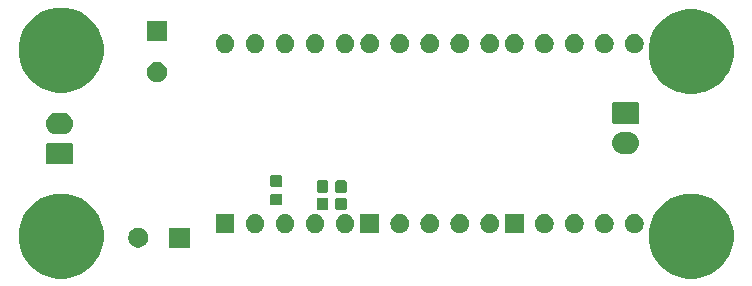
<source format=gbr>
G04 #@! TF.GenerationSoftware,KiCad,Pcbnew,(6.0.0-rc1-dev-950-ga5c892d9c)*
G04 #@! TF.CreationDate,2018-10-25T20:30:48+02:00*
G04 #@! TF.ProjectId,adc_7seg_v0,6164635F377365675F76302E6B696361,rev?*
G04 #@! TF.SameCoordinates,Original*
G04 #@! TF.FileFunction,Soldermask,Top*
G04 #@! TF.FilePolarity,Negative*
%FSLAX46Y46*%
G04 Gerber Fmt 4.6, Leading zero omitted, Abs format (unit mm)*
G04 Created by KiCad (PCBNEW (6.0.0-rc1-dev-950-ga5c892d9c)) date 25.10.2018 20:30:48*
%MOMM*%
%LPD*%
G01*
G04 APERTURE LIST*
%ADD10C,0.100000*%
G04 APERTURE END LIST*
D10*
G36*
X216442079Y-95725345D02*
X216524556Y-95759508D01*
X217097240Y-95996721D01*
X217684205Y-96388919D01*
X217686869Y-96390699D01*
X218188301Y-96892131D01*
X218188303Y-96892134D01*
X218582279Y-97481760D01*
X218813912Y-98040974D01*
X218853655Y-98136921D01*
X218992000Y-98832429D01*
X218992000Y-99541571D01*
X218853655Y-100237079D01*
X218853654Y-100237081D01*
X218582279Y-100892240D01*
X218190081Y-101479205D01*
X218188301Y-101481869D01*
X217686869Y-101983301D01*
X217686866Y-101983303D01*
X217097240Y-102377279D01*
X216538026Y-102608912D01*
X216442079Y-102648655D01*
X215746571Y-102787000D01*
X215037429Y-102787000D01*
X214341921Y-102648655D01*
X214245974Y-102608912D01*
X213686760Y-102377279D01*
X213097134Y-101983303D01*
X213097131Y-101983301D01*
X212595699Y-101481869D01*
X212593919Y-101479205D01*
X212201721Y-100892240D01*
X211930346Y-100237081D01*
X211930345Y-100237079D01*
X211792000Y-99541571D01*
X211792000Y-98832429D01*
X211930345Y-98136921D01*
X211970088Y-98040974D01*
X212201721Y-97481760D01*
X212595697Y-96892134D01*
X212595699Y-96892131D01*
X213097131Y-96390699D01*
X213099795Y-96388919D01*
X213686760Y-95996721D01*
X214259444Y-95759508D01*
X214341921Y-95725345D01*
X215037429Y-95587000D01*
X215746571Y-95587000D01*
X216442079Y-95725345D01*
X216442079Y-95725345D01*
G37*
G36*
X163102079Y-95725345D02*
X163184556Y-95759508D01*
X163757240Y-95996721D01*
X164344205Y-96388919D01*
X164346869Y-96390699D01*
X164848301Y-96892131D01*
X164848303Y-96892134D01*
X165242279Y-97481760D01*
X165473912Y-98040974D01*
X165513655Y-98136921D01*
X165652000Y-98832429D01*
X165652000Y-99541571D01*
X165513655Y-100237079D01*
X165513654Y-100237081D01*
X165242279Y-100892240D01*
X164850081Y-101479205D01*
X164848301Y-101481869D01*
X164346869Y-101983301D01*
X164346866Y-101983303D01*
X163757240Y-102377279D01*
X163198026Y-102608912D01*
X163102079Y-102648655D01*
X162406571Y-102787000D01*
X161697429Y-102787000D01*
X161001921Y-102648655D01*
X160905974Y-102608912D01*
X160346760Y-102377279D01*
X159757134Y-101983303D01*
X159757131Y-101983301D01*
X159255699Y-101481869D01*
X159253919Y-101479205D01*
X158861721Y-100892240D01*
X158590346Y-100237081D01*
X158590345Y-100237079D01*
X158452000Y-99541571D01*
X158452000Y-98832429D01*
X158590345Y-98136921D01*
X158630088Y-98040974D01*
X158861721Y-97481760D01*
X159255697Y-96892134D01*
X159255699Y-96892131D01*
X159757131Y-96390699D01*
X159759795Y-96388919D01*
X160346760Y-95996721D01*
X160919444Y-95759508D01*
X161001921Y-95725345D01*
X161697429Y-95587000D01*
X162406571Y-95587000D01*
X163102079Y-95725345D01*
X163102079Y-95725345D01*
G37*
G36*
X172935000Y-100164000D02*
X171235000Y-100164000D01*
X171235000Y-98464000D01*
X172935000Y-98464000D01*
X172935000Y-100164000D01*
X172935000Y-100164000D01*
G37*
G36*
X168832934Y-98496664D02*
X168987627Y-98560740D01*
X169126847Y-98653764D01*
X169245236Y-98772153D01*
X169338260Y-98911373D01*
X169402336Y-99066066D01*
X169435000Y-99230281D01*
X169435000Y-99397719D01*
X169402336Y-99561934D01*
X169338260Y-99716627D01*
X169245236Y-99855847D01*
X169126847Y-99974236D01*
X168987627Y-100067260D01*
X168832934Y-100131336D01*
X168668719Y-100164000D01*
X168501281Y-100164000D01*
X168337066Y-100131336D01*
X168182373Y-100067260D01*
X168043153Y-99974236D01*
X167924764Y-99855847D01*
X167831740Y-99716627D01*
X167767664Y-99561934D01*
X167735000Y-99397719D01*
X167735000Y-99230281D01*
X167767664Y-99066066D01*
X167831740Y-98911373D01*
X167924764Y-98772153D01*
X168043153Y-98653764D01*
X168182373Y-98560740D01*
X168337066Y-98496664D01*
X168501281Y-98464000D01*
X168668719Y-98464000D01*
X168832934Y-98496664D01*
X168832934Y-98496664D01*
G37*
G36*
X205749352Y-97358743D02*
X205894941Y-97419048D01*
X206025973Y-97506601D01*
X206137399Y-97618027D01*
X206224952Y-97749059D01*
X206285257Y-97894648D01*
X206316000Y-98049205D01*
X206316000Y-98206795D01*
X206285257Y-98361352D01*
X206224952Y-98506941D01*
X206137399Y-98637973D01*
X206025973Y-98749399D01*
X205894941Y-98836952D01*
X205749352Y-98897257D01*
X205594795Y-98928000D01*
X205437205Y-98928000D01*
X205282648Y-98897257D01*
X205137059Y-98836952D01*
X205006027Y-98749399D01*
X204894601Y-98637973D01*
X204807048Y-98506941D01*
X204746743Y-98361352D01*
X204716000Y-98206795D01*
X204716000Y-98049205D01*
X204746743Y-97894648D01*
X204807048Y-97749059D01*
X204894601Y-97618027D01*
X205006027Y-97506601D01*
X205137059Y-97419048D01*
X205282648Y-97358743D01*
X205437205Y-97328000D01*
X205594795Y-97328000D01*
X205749352Y-97358743D01*
X205749352Y-97358743D01*
G37*
G36*
X193499352Y-97358743D02*
X193644941Y-97419048D01*
X193775973Y-97506601D01*
X193887399Y-97618027D01*
X193974952Y-97749059D01*
X194035257Y-97894648D01*
X194066000Y-98049205D01*
X194066000Y-98206795D01*
X194035257Y-98361352D01*
X193974952Y-98506941D01*
X193887399Y-98637973D01*
X193775973Y-98749399D01*
X193644941Y-98836952D01*
X193499352Y-98897257D01*
X193344795Y-98928000D01*
X193187205Y-98928000D01*
X193032648Y-98897257D01*
X192887059Y-98836952D01*
X192756027Y-98749399D01*
X192644601Y-98637973D01*
X192557048Y-98506941D01*
X192496743Y-98361352D01*
X192466000Y-98206795D01*
X192466000Y-98049205D01*
X192496743Y-97894648D01*
X192557048Y-97749059D01*
X192644601Y-97618027D01*
X192756027Y-97506601D01*
X192887059Y-97419048D01*
X193032648Y-97358743D01*
X193187205Y-97328000D01*
X193344795Y-97328000D01*
X193499352Y-97358743D01*
X193499352Y-97358743D01*
G37*
G36*
X190959352Y-97358743D02*
X191104941Y-97419048D01*
X191235973Y-97506601D01*
X191347399Y-97618027D01*
X191434952Y-97749059D01*
X191495257Y-97894648D01*
X191526000Y-98049205D01*
X191526000Y-98206795D01*
X191495257Y-98361352D01*
X191434952Y-98506941D01*
X191347399Y-98637973D01*
X191235973Y-98749399D01*
X191104941Y-98836952D01*
X190959352Y-98897257D01*
X190804795Y-98928000D01*
X190647205Y-98928000D01*
X190492648Y-98897257D01*
X190347059Y-98836952D01*
X190216027Y-98749399D01*
X190104601Y-98637973D01*
X190017048Y-98506941D01*
X189956743Y-98361352D01*
X189926000Y-98206795D01*
X189926000Y-98049205D01*
X189956743Y-97894648D01*
X190017048Y-97749059D01*
X190104601Y-97618027D01*
X190216027Y-97506601D01*
X190347059Y-97419048D01*
X190492648Y-97358743D01*
X190647205Y-97328000D01*
X190804795Y-97328000D01*
X190959352Y-97358743D01*
X190959352Y-97358743D01*
G37*
G36*
X196039352Y-97358743D02*
X196184941Y-97419048D01*
X196315973Y-97506601D01*
X196427399Y-97618027D01*
X196514952Y-97749059D01*
X196575257Y-97894648D01*
X196606000Y-98049205D01*
X196606000Y-98206795D01*
X196575257Y-98361352D01*
X196514952Y-98506941D01*
X196427399Y-98637973D01*
X196315973Y-98749399D01*
X196184941Y-98836952D01*
X196039352Y-98897257D01*
X195884795Y-98928000D01*
X195727205Y-98928000D01*
X195572648Y-98897257D01*
X195427059Y-98836952D01*
X195296027Y-98749399D01*
X195184601Y-98637973D01*
X195097048Y-98506941D01*
X195036743Y-98361352D01*
X195006000Y-98206795D01*
X195006000Y-98049205D01*
X195036743Y-97894648D01*
X195097048Y-97749059D01*
X195184601Y-97618027D01*
X195296027Y-97506601D01*
X195427059Y-97419048D01*
X195572648Y-97358743D01*
X195727205Y-97328000D01*
X195884795Y-97328000D01*
X196039352Y-97358743D01*
X196039352Y-97358743D01*
G37*
G36*
X198579352Y-97358743D02*
X198724941Y-97419048D01*
X198855973Y-97506601D01*
X198967399Y-97618027D01*
X199054952Y-97749059D01*
X199115257Y-97894648D01*
X199146000Y-98049205D01*
X199146000Y-98206795D01*
X199115257Y-98361352D01*
X199054952Y-98506941D01*
X198967399Y-98637973D01*
X198855973Y-98749399D01*
X198724941Y-98836952D01*
X198579352Y-98897257D01*
X198424795Y-98928000D01*
X198267205Y-98928000D01*
X198112648Y-98897257D01*
X197967059Y-98836952D01*
X197836027Y-98749399D01*
X197724601Y-98637973D01*
X197637048Y-98506941D01*
X197576743Y-98361352D01*
X197546000Y-98206795D01*
X197546000Y-98049205D01*
X197576743Y-97894648D01*
X197637048Y-97749059D01*
X197724601Y-97618027D01*
X197836027Y-97506601D01*
X197967059Y-97419048D01*
X198112648Y-97358743D01*
X198267205Y-97328000D01*
X198424795Y-97328000D01*
X198579352Y-97358743D01*
X198579352Y-97358743D01*
G37*
G36*
X188986000Y-98928000D02*
X187386000Y-98928000D01*
X187386000Y-97328000D01*
X188986000Y-97328000D01*
X188986000Y-98928000D01*
X188986000Y-98928000D01*
G37*
G36*
X203209352Y-97358743D02*
X203354941Y-97419048D01*
X203485973Y-97506601D01*
X203597399Y-97618027D01*
X203684952Y-97749059D01*
X203745257Y-97894648D01*
X203776000Y-98049205D01*
X203776000Y-98206795D01*
X203745257Y-98361352D01*
X203684952Y-98506941D01*
X203597399Y-98637973D01*
X203485973Y-98749399D01*
X203354941Y-98836952D01*
X203209352Y-98897257D01*
X203054795Y-98928000D01*
X202897205Y-98928000D01*
X202742648Y-98897257D01*
X202597059Y-98836952D01*
X202466027Y-98749399D01*
X202354601Y-98637973D01*
X202267048Y-98506941D01*
X202206743Y-98361352D01*
X202176000Y-98206795D01*
X202176000Y-98049205D01*
X202206743Y-97894648D01*
X202267048Y-97749059D01*
X202354601Y-97618027D01*
X202466027Y-97506601D01*
X202597059Y-97419048D01*
X202742648Y-97358743D01*
X202897205Y-97328000D01*
X203054795Y-97328000D01*
X203209352Y-97358743D01*
X203209352Y-97358743D01*
G37*
G36*
X208289352Y-97358743D02*
X208434941Y-97419048D01*
X208565973Y-97506601D01*
X208677399Y-97618027D01*
X208764952Y-97749059D01*
X208825257Y-97894648D01*
X208856000Y-98049205D01*
X208856000Y-98206795D01*
X208825257Y-98361352D01*
X208764952Y-98506941D01*
X208677399Y-98637973D01*
X208565973Y-98749399D01*
X208434941Y-98836952D01*
X208289352Y-98897257D01*
X208134795Y-98928000D01*
X207977205Y-98928000D01*
X207822648Y-98897257D01*
X207677059Y-98836952D01*
X207546027Y-98749399D01*
X207434601Y-98637973D01*
X207347048Y-98506941D01*
X207286743Y-98361352D01*
X207256000Y-98206795D01*
X207256000Y-98049205D01*
X207286743Y-97894648D01*
X207347048Y-97749059D01*
X207434601Y-97618027D01*
X207546027Y-97506601D01*
X207677059Y-97419048D01*
X207822648Y-97358743D01*
X207977205Y-97328000D01*
X208134795Y-97328000D01*
X208289352Y-97358743D01*
X208289352Y-97358743D01*
G37*
G36*
X210829352Y-97358743D02*
X210974941Y-97419048D01*
X211105973Y-97506601D01*
X211217399Y-97618027D01*
X211304952Y-97749059D01*
X211365257Y-97894648D01*
X211396000Y-98049205D01*
X211396000Y-98206795D01*
X211365257Y-98361352D01*
X211304952Y-98506941D01*
X211217399Y-98637973D01*
X211105973Y-98749399D01*
X210974941Y-98836952D01*
X210829352Y-98897257D01*
X210674795Y-98928000D01*
X210517205Y-98928000D01*
X210362648Y-98897257D01*
X210217059Y-98836952D01*
X210086027Y-98749399D01*
X209974601Y-98637973D01*
X209887048Y-98506941D01*
X209826743Y-98361352D01*
X209796000Y-98206795D01*
X209796000Y-98049205D01*
X209826743Y-97894648D01*
X209887048Y-97749059D01*
X209974601Y-97618027D01*
X210086027Y-97506601D01*
X210217059Y-97419048D01*
X210362648Y-97358743D01*
X210517205Y-97328000D01*
X210674795Y-97328000D01*
X210829352Y-97358743D01*
X210829352Y-97358743D01*
G37*
G36*
X201236000Y-98928000D02*
X199636000Y-98928000D01*
X199636000Y-97328000D01*
X201236000Y-97328000D01*
X201236000Y-98928000D01*
X201236000Y-98928000D01*
G37*
G36*
X181249352Y-97358743D02*
X181394941Y-97419048D01*
X181525973Y-97506601D01*
X181637399Y-97618027D01*
X181724952Y-97749059D01*
X181785257Y-97894648D01*
X181816000Y-98049205D01*
X181816000Y-98206795D01*
X181785257Y-98361352D01*
X181724952Y-98506941D01*
X181637399Y-98637973D01*
X181525973Y-98749399D01*
X181394941Y-98836952D01*
X181249352Y-98897257D01*
X181094795Y-98928000D01*
X180937205Y-98928000D01*
X180782648Y-98897257D01*
X180637059Y-98836952D01*
X180506027Y-98749399D01*
X180394601Y-98637973D01*
X180307048Y-98506941D01*
X180246743Y-98361352D01*
X180216000Y-98206795D01*
X180216000Y-98049205D01*
X180246743Y-97894648D01*
X180307048Y-97749059D01*
X180394601Y-97618027D01*
X180506027Y-97506601D01*
X180637059Y-97419048D01*
X180782648Y-97358743D01*
X180937205Y-97328000D01*
X181094795Y-97328000D01*
X181249352Y-97358743D01*
X181249352Y-97358743D01*
G37*
G36*
X178709352Y-97358743D02*
X178854941Y-97419048D01*
X178985973Y-97506601D01*
X179097399Y-97618027D01*
X179184952Y-97749059D01*
X179245257Y-97894648D01*
X179276000Y-98049205D01*
X179276000Y-98206795D01*
X179245257Y-98361352D01*
X179184952Y-98506941D01*
X179097399Y-98637973D01*
X178985973Y-98749399D01*
X178854941Y-98836952D01*
X178709352Y-98897257D01*
X178554795Y-98928000D01*
X178397205Y-98928000D01*
X178242648Y-98897257D01*
X178097059Y-98836952D01*
X177966027Y-98749399D01*
X177854601Y-98637973D01*
X177767048Y-98506941D01*
X177706743Y-98361352D01*
X177676000Y-98206795D01*
X177676000Y-98049205D01*
X177706743Y-97894648D01*
X177767048Y-97749059D01*
X177854601Y-97618027D01*
X177966027Y-97506601D01*
X178097059Y-97419048D01*
X178242648Y-97358743D01*
X178397205Y-97328000D01*
X178554795Y-97328000D01*
X178709352Y-97358743D01*
X178709352Y-97358743D01*
G37*
G36*
X183789352Y-97358743D02*
X183934941Y-97419048D01*
X184065973Y-97506601D01*
X184177399Y-97618027D01*
X184264952Y-97749059D01*
X184325257Y-97894648D01*
X184356000Y-98049205D01*
X184356000Y-98206795D01*
X184325257Y-98361352D01*
X184264952Y-98506941D01*
X184177399Y-98637973D01*
X184065973Y-98749399D01*
X183934941Y-98836952D01*
X183789352Y-98897257D01*
X183634795Y-98928000D01*
X183477205Y-98928000D01*
X183322648Y-98897257D01*
X183177059Y-98836952D01*
X183046027Y-98749399D01*
X182934601Y-98637973D01*
X182847048Y-98506941D01*
X182786743Y-98361352D01*
X182756000Y-98206795D01*
X182756000Y-98049205D01*
X182786743Y-97894648D01*
X182847048Y-97749059D01*
X182934601Y-97618027D01*
X183046027Y-97506601D01*
X183177059Y-97419048D01*
X183322648Y-97358743D01*
X183477205Y-97328000D01*
X183634795Y-97328000D01*
X183789352Y-97358743D01*
X183789352Y-97358743D01*
G37*
G36*
X186329352Y-97358743D02*
X186474941Y-97419048D01*
X186605973Y-97506601D01*
X186717399Y-97618027D01*
X186804952Y-97749059D01*
X186865257Y-97894648D01*
X186896000Y-98049205D01*
X186896000Y-98206795D01*
X186865257Y-98361352D01*
X186804952Y-98506941D01*
X186717399Y-98637973D01*
X186605973Y-98749399D01*
X186474941Y-98836952D01*
X186329352Y-98897257D01*
X186174795Y-98928000D01*
X186017205Y-98928000D01*
X185862648Y-98897257D01*
X185717059Y-98836952D01*
X185586027Y-98749399D01*
X185474601Y-98637973D01*
X185387048Y-98506941D01*
X185326743Y-98361352D01*
X185296000Y-98206795D01*
X185296000Y-98049205D01*
X185326743Y-97894648D01*
X185387048Y-97749059D01*
X185474601Y-97618027D01*
X185586027Y-97506601D01*
X185717059Y-97419048D01*
X185862648Y-97358743D01*
X186017205Y-97328000D01*
X186174795Y-97328000D01*
X186329352Y-97358743D01*
X186329352Y-97358743D01*
G37*
G36*
X176736000Y-98928000D02*
X175136000Y-98928000D01*
X175136000Y-97328000D01*
X176736000Y-97328000D01*
X176736000Y-98928000D01*
X176736000Y-98928000D01*
G37*
G36*
X184529492Y-95935576D02*
X184563383Y-95945857D01*
X184594611Y-95962548D01*
X184621985Y-95985015D01*
X184644452Y-96012389D01*
X184661143Y-96043617D01*
X184671424Y-96077508D01*
X184675500Y-96118891D01*
X184675500Y-96794109D01*
X184671424Y-96835492D01*
X184661143Y-96869383D01*
X184644452Y-96900611D01*
X184621985Y-96927985D01*
X184594611Y-96950452D01*
X184563383Y-96967143D01*
X184529492Y-96977424D01*
X184488109Y-96981500D01*
X183887891Y-96981500D01*
X183846508Y-96977424D01*
X183812617Y-96967143D01*
X183781389Y-96950452D01*
X183754015Y-96927985D01*
X183731548Y-96900611D01*
X183714857Y-96869383D01*
X183704576Y-96835492D01*
X183700500Y-96794109D01*
X183700500Y-96118891D01*
X183704576Y-96077508D01*
X183714857Y-96043617D01*
X183731548Y-96012389D01*
X183754015Y-95985015D01*
X183781389Y-95962548D01*
X183812617Y-95945857D01*
X183846508Y-95935576D01*
X183887891Y-95931500D01*
X184488109Y-95931500D01*
X184529492Y-95935576D01*
X184529492Y-95935576D01*
G37*
G36*
X186104492Y-95935576D02*
X186138383Y-95945857D01*
X186169611Y-95962548D01*
X186196985Y-95985015D01*
X186219452Y-96012389D01*
X186236143Y-96043617D01*
X186246424Y-96077508D01*
X186250500Y-96118891D01*
X186250500Y-96794109D01*
X186246424Y-96835492D01*
X186236143Y-96869383D01*
X186219452Y-96900611D01*
X186196985Y-96927985D01*
X186169611Y-96950452D01*
X186138383Y-96967143D01*
X186104492Y-96977424D01*
X186063109Y-96981500D01*
X185462891Y-96981500D01*
X185421508Y-96977424D01*
X185387617Y-96967143D01*
X185356389Y-96950452D01*
X185329015Y-96927985D01*
X185306548Y-96900611D01*
X185289857Y-96869383D01*
X185279576Y-96835492D01*
X185275500Y-96794109D01*
X185275500Y-96118891D01*
X185279576Y-96077508D01*
X185289857Y-96043617D01*
X185306548Y-96012389D01*
X185329015Y-95985015D01*
X185356389Y-95962548D01*
X185387617Y-95945857D01*
X185421508Y-95935576D01*
X185462891Y-95931500D01*
X186063109Y-95931500D01*
X186104492Y-95935576D01*
X186104492Y-95935576D01*
G37*
G36*
X180655492Y-95617576D02*
X180689383Y-95627857D01*
X180720611Y-95644548D01*
X180747985Y-95667015D01*
X180770452Y-95694389D01*
X180787143Y-95725617D01*
X180797424Y-95759508D01*
X180801500Y-95800891D01*
X180801500Y-96401109D01*
X180797424Y-96442492D01*
X180787143Y-96476383D01*
X180770452Y-96507611D01*
X180747985Y-96534985D01*
X180720611Y-96557452D01*
X180689383Y-96574143D01*
X180655492Y-96584424D01*
X180614109Y-96588500D01*
X179938891Y-96588500D01*
X179897508Y-96584424D01*
X179863617Y-96574143D01*
X179832389Y-96557452D01*
X179805015Y-96534985D01*
X179782548Y-96507611D01*
X179765857Y-96476383D01*
X179755576Y-96442492D01*
X179751500Y-96401109D01*
X179751500Y-95800891D01*
X179755576Y-95759508D01*
X179765857Y-95725617D01*
X179782548Y-95694389D01*
X179805015Y-95667015D01*
X179832389Y-95644548D01*
X179863617Y-95627857D01*
X179897508Y-95617576D01*
X179938891Y-95613500D01*
X180614109Y-95613500D01*
X180655492Y-95617576D01*
X180655492Y-95617576D01*
G37*
G36*
X184529492Y-94475076D02*
X184563383Y-94485357D01*
X184594611Y-94502048D01*
X184621985Y-94524515D01*
X184644452Y-94551889D01*
X184661143Y-94583117D01*
X184671424Y-94617008D01*
X184675500Y-94658391D01*
X184675500Y-95333609D01*
X184671424Y-95374992D01*
X184661143Y-95408883D01*
X184644452Y-95440111D01*
X184621985Y-95467485D01*
X184594611Y-95489952D01*
X184563383Y-95506643D01*
X184529492Y-95516924D01*
X184488109Y-95521000D01*
X183887891Y-95521000D01*
X183846508Y-95516924D01*
X183812617Y-95506643D01*
X183781389Y-95489952D01*
X183754015Y-95467485D01*
X183731548Y-95440111D01*
X183714857Y-95408883D01*
X183704576Y-95374992D01*
X183700500Y-95333609D01*
X183700500Y-94658391D01*
X183704576Y-94617008D01*
X183714857Y-94583117D01*
X183731548Y-94551889D01*
X183754015Y-94524515D01*
X183781389Y-94502048D01*
X183812617Y-94485357D01*
X183846508Y-94475076D01*
X183887891Y-94471000D01*
X184488109Y-94471000D01*
X184529492Y-94475076D01*
X184529492Y-94475076D01*
G37*
G36*
X186104492Y-94475076D02*
X186138383Y-94485357D01*
X186169611Y-94502048D01*
X186196985Y-94524515D01*
X186219452Y-94551889D01*
X186236143Y-94583117D01*
X186246424Y-94617008D01*
X186250500Y-94658391D01*
X186250500Y-95333609D01*
X186246424Y-95374992D01*
X186236143Y-95408883D01*
X186219452Y-95440111D01*
X186196985Y-95467485D01*
X186169611Y-95489952D01*
X186138383Y-95506643D01*
X186104492Y-95516924D01*
X186063109Y-95521000D01*
X185462891Y-95521000D01*
X185421508Y-95516924D01*
X185387617Y-95506643D01*
X185356389Y-95489952D01*
X185329015Y-95467485D01*
X185306548Y-95440111D01*
X185289857Y-95408883D01*
X185279576Y-95374992D01*
X185275500Y-95333609D01*
X185275500Y-94658391D01*
X185279576Y-94617008D01*
X185289857Y-94583117D01*
X185306548Y-94551889D01*
X185329015Y-94524515D01*
X185356389Y-94502048D01*
X185387617Y-94485357D01*
X185421508Y-94475076D01*
X185462891Y-94471000D01*
X186063109Y-94471000D01*
X186104492Y-94475076D01*
X186104492Y-94475076D01*
G37*
G36*
X180655492Y-94042576D02*
X180689383Y-94052857D01*
X180720611Y-94069548D01*
X180747985Y-94092015D01*
X180770452Y-94119389D01*
X180787143Y-94150617D01*
X180797424Y-94184508D01*
X180801500Y-94225891D01*
X180801500Y-94826109D01*
X180797424Y-94867492D01*
X180787143Y-94901383D01*
X180770452Y-94932611D01*
X180747985Y-94959985D01*
X180720611Y-94982452D01*
X180689383Y-94999143D01*
X180655492Y-95009424D01*
X180614109Y-95013500D01*
X179938891Y-95013500D01*
X179897508Y-95009424D01*
X179863617Y-94999143D01*
X179832389Y-94982452D01*
X179805015Y-94959985D01*
X179782548Y-94932611D01*
X179765857Y-94901383D01*
X179755576Y-94867492D01*
X179751500Y-94826109D01*
X179751500Y-94225891D01*
X179755576Y-94184508D01*
X179765857Y-94150617D01*
X179782548Y-94119389D01*
X179805015Y-94092015D01*
X179832389Y-94069548D01*
X179863617Y-94052857D01*
X179897508Y-94042576D01*
X179938891Y-94038500D01*
X180614109Y-94038500D01*
X180655492Y-94042576D01*
X180655492Y-94042576D01*
G37*
G36*
X162933790Y-91285961D02*
X162966563Y-91295903D01*
X162996764Y-91312045D01*
X163023232Y-91333768D01*
X163044955Y-91360236D01*
X163061097Y-91390437D01*
X163071039Y-91423210D01*
X163075000Y-91463427D01*
X163075000Y-92940573D01*
X163071039Y-92980790D01*
X163061097Y-93013563D01*
X163044955Y-93043764D01*
X163023232Y-93070232D01*
X162996764Y-93091955D01*
X162966563Y-93108097D01*
X162933790Y-93118039D01*
X162893573Y-93122000D01*
X160956427Y-93122000D01*
X160916210Y-93118039D01*
X160883437Y-93108097D01*
X160853236Y-93091955D01*
X160826768Y-93070232D01*
X160805045Y-93043764D01*
X160788903Y-93013563D01*
X160778961Y-92980790D01*
X160775000Y-92940573D01*
X160775000Y-91463427D01*
X160778961Y-91423210D01*
X160788903Y-91390437D01*
X160805045Y-91360236D01*
X160826768Y-91333768D01*
X160853236Y-91312045D01*
X160883437Y-91295903D01*
X160916210Y-91285961D01*
X160956427Y-91282000D01*
X162893573Y-91282000D01*
X162933790Y-91285961D01*
X162933790Y-91285961D01*
G37*
G36*
X210163782Y-90396328D02*
X210265151Y-90406312D01*
X210438572Y-90458919D01*
X210438574Y-90458920D01*
X210438577Y-90458921D01*
X210598398Y-90544346D01*
X210738486Y-90659314D01*
X210853454Y-90799402D01*
X210938879Y-90959223D01*
X210938880Y-90959226D01*
X210938881Y-90959228D01*
X210991488Y-91132649D01*
X211009251Y-91313000D01*
X210991488Y-91493351D01*
X210938881Y-91666772D01*
X210938879Y-91666777D01*
X210853454Y-91826598D01*
X210738486Y-91966686D01*
X210598398Y-92081654D01*
X210438577Y-92167079D01*
X210438574Y-92167080D01*
X210438572Y-92167081D01*
X210265151Y-92219688D01*
X210163782Y-92229672D01*
X210129993Y-92233000D01*
X209579607Y-92233000D01*
X209545818Y-92229672D01*
X209444449Y-92219688D01*
X209271028Y-92167081D01*
X209271026Y-92167080D01*
X209271023Y-92167079D01*
X209111202Y-92081654D01*
X208971114Y-91966686D01*
X208856146Y-91826598D01*
X208770721Y-91666777D01*
X208770719Y-91666772D01*
X208718112Y-91493351D01*
X208700349Y-91313000D01*
X208718112Y-91132649D01*
X208770719Y-90959228D01*
X208770720Y-90959226D01*
X208770721Y-90959223D01*
X208856146Y-90799402D01*
X208971114Y-90659314D01*
X209111202Y-90544346D01*
X209271023Y-90458921D01*
X209271026Y-90458920D01*
X209271028Y-90458919D01*
X209444449Y-90406312D01*
X209545818Y-90396328D01*
X209579607Y-90393000D01*
X210129993Y-90393000D01*
X210163782Y-90396328D01*
X210163782Y-90396328D01*
G37*
G36*
X162233982Y-88745328D02*
X162335351Y-88755312D01*
X162508772Y-88807919D01*
X162508774Y-88807920D01*
X162508777Y-88807921D01*
X162668598Y-88893346D01*
X162808686Y-89008314D01*
X162923654Y-89148402D01*
X163009079Y-89308223D01*
X163009080Y-89308226D01*
X163009081Y-89308228D01*
X163061688Y-89481649D01*
X163079451Y-89662000D01*
X163061688Y-89842351D01*
X163009081Y-90015772D01*
X163009079Y-90015777D01*
X162923654Y-90175598D01*
X162808686Y-90315686D01*
X162668598Y-90430654D01*
X162508777Y-90516079D01*
X162508774Y-90516080D01*
X162508772Y-90516081D01*
X162335351Y-90568688D01*
X162233982Y-90578672D01*
X162200193Y-90582000D01*
X161649807Y-90582000D01*
X161616018Y-90578672D01*
X161514649Y-90568688D01*
X161341228Y-90516081D01*
X161341226Y-90516080D01*
X161341223Y-90516079D01*
X161181402Y-90430654D01*
X161041314Y-90315686D01*
X160926346Y-90175598D01*
X160840921Y-90015777D01*
X160840919Y-90015772D01*
X160788312Y-89842351D01*
X160770549Y-89662000D01*
X160788312Y-89481649D01*
X160840919Y-89308228D01*
X160840920Y-89308226D01*
X160840921Y-89308223D01*
X160926346Y-89148402D01*
X161041314Y-89008314D01*
X161181402Y-88893346D01*
X161341223Y-88807921D01*
X161341226Y-88807920D01*
X161341228Y-88807919D01*
X161514649Y-88755312D01*
X161616018Y-88745328D01*
X161649807Y-88742000D01*
X162200193Y-88742000D01*
X162233982Y-88745328D01*
X162233982Y-88745328D01*
G37*
G36*
X210863590Y-87856961D02*
X210896363Y-87866903D01*
X210926564Y-87883045D01*
X210953032Y-87904768D01*
X210974755Y-87931236D01*
X210990897Y-87961437D01*
X211000839Y-87994210D01*
X211004800Y-88034427D01*
X211004800Y-89511573D01*
X211000839Y-89551790D01*
X210990897Y-89584563D01*
X210974755Y-89614764D01*
X210953032Y-89641232D01*
X210926564Y-89662955D01*
X210896363Y-89679097D01*
X210863590Y-89689039D01*
X210823373Y-89693000D01*
X208886227Y-89693000D01*
X208846010Y-89689039D01*
X208813237Y-89679097D01*
X208783036Y-89662955D01*
X208756568Y-89641232D01*
X208734845Y-89614764D01*
X208718703Y-89584563D01*
X208708761Y-89551790D01*
X208704800Y-89511573D01*
X208704800Y-88034427D01*
X208708761Y-87994210D01*
X208718703Y-87961437D01*
X208734845Y-87931236D01*
X208756568Y-87904768D01*
X208783036Y-87883045D01*
X208813237Y-87866903D01*
X208846010Y-87856961D01*
X208886227Y-87853000D01*
X210823373Y-87853000D01*
X210863590Y-87856961D01*
X210863590Y-87856961D01*
G37*
G36*
X216442079Y-80104345D02*
X216442082Y-80104346D01*
X216442081Y-80104346D01*
X217097240Y-80375721D01*
X217496797Y-80642697D01*
X217686869Y-80769699D01*
X218188301Y-81271131D01*
X218188303Y-81271134D01*
X218582279Y-81860760D01*
X218750383Y-82266601D01*
X218853655Y-82515921D01*
X218992000Y-83211429D01*
X218992000Y-83920571D01*
X218853655Y-84616079D01*
X218853654Y-84616081D01*
X218582279Y-85271240D01*
X218302054Y-85690626D01*
X218188301Y-85860869D01*
X217686869Y-86362301D01*
X217686866Y-86362303D01*
X217097240Y-86756279D01*
X216538026Y-86987912D01*
X216442079Y-87027655D01*
X215746571Y-87166000D01*
X215037429Y-87166000D01*
X214341921Y-87027655D01*
X214245974Y-86987912D01*
X213686760Y-86756279D01*
X213097134Y-86362303D01*
X213097131Y-86362301D01*
X212595699Y-85860869D01*
X212481946Y-85690626D01*
X212201721Y-85271240D01*
X211930346Y-84616081D01*
X211930345Y-84616079D01*
X211792000Y-83920571D01*
X211792000Y-83211429D01*
X211930345Y-82515921D01*
X212033617Y-82266601D01*
X212201721Y-81860760D01*
X212595697Y-81271134D01*
X212595699Y-81271131D01*
X213097131Y-80769699D01*
X213287203Y-80642697D01*
X213686760Y-80375721D01*
X214341919Y-80104346D01*
X214341918Y-80104346D01*
X214341921Y-80104345D01*
X215037429Y-79966000D01*
X215746571Y-79966000D01*
X216442079Y-80104345D01*
X216442079Y-80104345D01*
G37*
G36*
X163102079Y-79977345D02*
X163102082Y-79977346D01*
X163102081Y-79977346D01*
X163757240Y-80248721D01*
X164344205Y-80640919D01*
X164346869Y-80642699D01*
X164848301Y-81144131D01*
X164848303Y-81144134D01*
X165242279Y-81733760D01*
X165462988Y-82266601D01*
X165513655Y-82388921D01*
X165652000Y-83084429D01*
X165652000Y-83793571D01*
X165513655Y-84489079D01*
X165473912Y-84585026D01*
X165242279Y-85144240D01*
X164877195Y-85690626D01*
X164848301Y-85733869D01*
X164346869Y-86235301D01*
X164346866Y-86235303D01*
X163757240Y-86629279D01*
X163198026Y-86860912D01*
X163102079Y-86900655D01*
X162406571Y-87039000D01*
X161697429Y-87039000D01*
X161001921Y-86900655D01*
X160905974Y-86860912D01*
X160346760Y-86629279D01*
X159757134Y-86235303D01*
X159757131Y-86235301D01*
X159255699Y-85733869D01*
X159226805Y-85690626D01*
X158861721Y-85144240D01*
X158630088Y-84585026D01*
X158590345Y-84489079D01*
X158452000Y-83793571D01*
X158452000Y-83084429D01*
X158590345Y-82388921D01*
X158641012Y-82266601D01*
X158861721Y-81733760D01*
X159255697Y-81144134D01*
X159255699Y-81144131D01*
X159757131Y-80642699D01*
X159759795Y-80640919D01*
X160346760Y-80248721D01*
X161001919Y-79977346D01*
X161001918Y-79977346D01*
X161001921Y-79977345D01*
X161697429Y-79839000D01*
X162406571Y-79839000D01*
X163102079Y-79977345D01*
X163102079Y-79977345D01*
G37*
G36*
X170427934Y-84470664D02*
X170582627Y-84534740D01*
X170721847Y-84627764D01*
X170840236Y-84746153D01*
X170933260Y-84885373D01*
X170997336Y-85040066D01*
X171030000Y-85204281D01*
X171030000Y-85371719D01*
X170997336Y-85535934D01*
X170933260Y-85690627D01*
X170840236Y-85829847D01*
X170721847Y-85948236D01*
X170582627Y-86041260D01*
X170427934Y-86105336D01*
X170263719Y-86138000D01*
X170096281Y-86138000D01*
X169932066Y-86105336D01*
X169777373Y-86041260D01*
X169638153Y-85948236D01*
X169519764Y-85829847D01*
X169426740Y-85690627D01*
X169362664Y-85535934D01*
X169330000Y-85371719D01*
X169330000Y-85204281D01*
X169362664Y-85040066D01*
X169426740Y-84885373D01*
X169519764Y-84746153D01*
X169638153Y-84627764D01*
X169777373Y-84534740D01*
X169932066Y-84470664D01*
X170096281Y-84438000D01*
X170263719Y-84438000D01*
X170427934Y-84470664D01*
X170427934Y-84470664D01*
G37*
G36*
X196039352Y-82118743D02*
X196184941Y-82179048D01*
X196315973Y-82266601D01*
X196427399Y-82378027D01*
X196514952Y-82509059D01*
X196575257Y-82654648D01*
X196606000Y-82809205D01*
X196606000Y-82966795D01*
X196575257Y-83121352D01*
X196514952Y-83266941D01*
X196427399Y-83397973D01*
X196315973Y-83509399D01*
X196184941Y-83596952D01*
X196039352Y-83657257D01*
X195884795Y-83688000D01*
X195727205Y-83688000D01*
X195572648Y-83657257D01*
X195427059Y-83596952D01*
X195296027Y-83509399D01*
X195184601Y-83397973D01*
X195097048Y-83266941D01*
X195036743Y-83121352D01*
X195006000Y-82966795D01*
X195006000Y-82809205D01*
X195036743Y-82654648D01*
X195097048Y-82509059D01*
X195184601Y-82378027D01*
X195296027Y-82266601D01*
X195427059Y-82179048D01*
X195572648Y-82118743D01*
X195727205Y-82088000D01*
X195884795Y-82088000D01*
X196039352Y-82118743D01*
X196039352Y-82118743D01*
G37*
G36*
X178709352Y-82118743D02*
X178854941Y-82179048D01*
X178985973Y-82266601D01*
X179097399Y-82378027D01*
X179184952Y-82509059D01*
X179245257Y-82654648D01*
X179276000Y-82809205D01*
X179276000Y-82966795D01*
X179245257Y-83121352D01*
X179184952Y-83266941D01*
X179097399Y-83397973D01*
X178985973Y-83509399D01*
X178854941Y-83596952D01*
X178709352Y-83657257D01*
X178554795Y-83688000D01*
X178397205Y-83688000D01*
X178242648Y-83657257D01*
X178097059Y-83596952D01*
X177966027Y-83509399D01*
X177854601Y-83397973D01*
X177767048Y-83266941D01*
X177706743Y-83121352D01*
X177676000Y-82966795D01*
X177676000Y-82809205D01*
X177706743Y-82654648D01*
X177767048Y-82509059D01*
X177854601Y-82378027D01*
X177966027Y-82266601D01*
X178097059Y-82179048D01*
X178242648Y-82118743D01*
X178397205Y-82088000D01*
X178554795Y-82088000D01*
X178709352Y-82118743D01*
X178709352Y-82118743D01*
G37*
G36*
X183789352Y-82118743D02*
X183934941Y-82179048D01*
X184065973Y-82266601D01*
X184177399Y-82378027D01*
X184264952Y-82509059D01*
X184325257Y-82654648D01*
X184356000Y-82809205D01*
X184356000Y-82966795D01*
X184325257Y-83121352D01*
X184264952Y-83266941D01*
X184177399Y-83397973D01*
X184065973Y-83509399D01*
X183934941Y-83596952D01*
X183789352Y-83657257D01*
X183634795Y-83688000D01*
X183477205Y-83688000D01*
X183322648Y-83657257D01*
X183177059Y-83596952D01*
X183046027Y-83509399D01*
X182934601Y-83397973D01*
X182847048Y-83266941D01*
X182786743Y-83121352D01*
X182756000Y-82966795D01*
X182756000Y-82809205D01*
X182786743Y-82654648D01*
X182847048Y-82509059D01*
X182934601Y-82378027D01*
X183046027Y-82266601D01*
X183177059Y-82179048D01*
X183322648Y-82118743D01*
X183477205Y-82088000D01*
X183634795Y-82088000D01*
X183789352Y-82118743D01*
X183789352Y-82118743D01*
G37*
G36*
X186329352Y-82118743D02*
X186474941Y-82179048D01*
X186605973Y-82266601D01*
X186717399Y-82378027D01*
X186804952Y-82509059D01*
X186865257Y-82654648D01*
X186896000Y-82809205D01*
X186896000Y-82966795D01*
X186865257Y-83121352D01*
X186804952Y-83266941D01*
X186717399Y-83397973D01*
X186605973Y-83509399D01*
X186474941Y-83596952D01*
X186329352Y-83657257D01*
X186174795Y-83688000D01*
X186017205Y-83688000D01*
X185862648Y-83657257D01*
X185717059Y-83596952D01*
X185586027Y-83509399D01*
X185474601Y-83397973D01*
X185387048Y-83266941D01*
X185326743Y-83121352D01*
X185296000Y-82966795D01*
X185296000Y-82809205D01*
X185326743Y-82654648D01*
X185387048Y-82509059D01*
X185474601Y-82378027D01*
X185586027Y-82266601D01*
X185717059Y-82179048D01*
X185862648Y-82118743D01*
X186017205Y-82088000D01*
X186174795Y-82088000D01*
X186329352Y-82118743D01*
X186329352Y-82118743D01*
G37*
G36*
X181249352Y-82118743D02*
X181394941Y-82179048D01*
X181525973Y-82266601D01*
X181637399Y-82378027D01*
X181724952Y-82509059D01*
X181785257Y-82654648D01*
X181816000Y-82809205D01*
X181816000Y-82966795D01*
X181785257Y-83121352D01*
X181724952Y-83266941D01*
X181637399Y-83397973D01*
X181525973Y-83509399D01*
X181394941Y-83596952D01*
X181249352Y-83657257D01*
X181094795Y-83688000D01*
X180937205Y-83688000D01*
X180782648Y-83657257D01*
X180637059Y-83596952D01*
X180506027Y-83509399D01*
X180394601Y-83397973D01*
X180307048Y-83266941D01*
X180246743Y-83121352D01*
X180216000Y-82966795D01*
X180216000Y-82809205D01*
X180246743Y-82654648D01*
X180307048Y-82509059D01*
X180394601Y-82378027D01*
X180506027Y-82266601D01*
X180637059Y-82179048D01*
X180782648Y-82118743D01*
X180937205Y-82088000D01*
X181094795Y-82088000D01*
X181249352Y-82118743D01*
X181249352Y-82118743D01*
G37*
G36*
X200669352Y-82118743D02*
X200814941Y-82179048D01*
X200945973Y-82266601D01*
X201057399Y-82378027D01*
X201144952Y-82509059D01*
X201205257Y-82654648D01*
X201236000Y-82809205D01*
X201236000Y-82966795D01*
X201205257Y-83121352D01*
X201144952Y-83266941D01*
X201057399Y-83397973D01*
X200945973Y-83509399D01*
X200814941Y-83596952D01*
X200669352Y-83657257D01*
X200514795Y-83688000D01*
X200357205Y-83688000D01*
X200202648Y-83657257D01*
X200057059Y-83596952D01*
X199926027Y-83509399D01*
X199814601Y-83397973D01*
X199727048Y-83266941D01*
X199666743Y-83121352D01*
X199636000Y-82966795D01*
X199636000Y-82809205D01*
X199666743Y-82654648D01*
X199727048Y-82509059D01*
X199814601Y-82378027D01*
X199926027Y-82266601D01*
X200057059Y-82179048D01*
X200202648Y-82118743D01*
X200357205Y-82088000D01*
X200514795Y-82088000D01*
X200669352Y-82118743D01*
X200669352Y-82118743D01*
G37*
G36*
X203209352Y-82118743D02*
X203354941Y-82179048D01*
X203485973Y-82266601D01*
X203597399Y-82378027D01*
X203684952Y-82509059D01*
X203745257Y-82654648D01*
X203776000Y-82809205D01*
X203776000Y-82966795D01*
X203745257Y-83121352D01*
X203684952Y-83266941D01*
X203597399Y-83397973D01*
X203485973Y-83509399D01*
X203354941Y-83596952D01*
X203209352Y-83657257D01*
X203054795Y-83688000D01*
X202897205Y-83688000D01*
X202742648Y-83657257D01*
X202597059Y-83596952D01*
X202466027Y-83509399D01*
X202354601Y-83397973D01*
X202267048Y-83266941D01*
X202206743Y-83121352D01*
X202176000Y-82966795D01*
X202176000Y-82809205D01*
X202206743Y-82654648D01*
X202267048Y-82509059D01*
X202354601Y-82378027D01*
X202466027Y-82266601D01*
X202597059Y-82179048D01*
X202742648Y-82118743D01*
X202897205Y-82088000D01*
X203054795Y-82088000D01*
X203209352Y-82118743D01*
X203209352Y-82118743D01*
G37*
G36*
X205749352Y-82118743D02*
X205894941Y-82179048D01*
X206025973Y-82266601D01*
X206137399Y-82378027D01*
X206224952Y-82509059D01*
X206285257Y-82654648D01*
X206316000Y-82809205D01*
X206316000Y-82966795D01*
X206285257Y-83121352D01*
X206224952Y-83266941D01*
X206137399Y-83397973D01*
X206025973Y-83509399D01*
X205894941Y-83596952D01*
X205749352Y-83657257D01*
X205594795Y-83688000D01*
X205437205Y-83688000D01*
X205282648Y-83657257D01*
X205137059Y-83596952D01*
X205006027Y-83509399D01*
X204894601Y-83397973D01*
X204807048Y-83266941D01*
X204746743Y-83121352D01*
X204716000Y-82966795D01*
X204716000Y-82809205D01*
X204746743Y-82654648D01*
X204807048Y-82509059D01*
X204894601Y-82378027D01*
X205006027Y-82266601D01*
X205137059Y-82179048D01*
X205282648Y-82118743D01*
X205437205Y-82088000D01*
X205594795Y-82088000D01*
X205749352Y-82118743D01*
X205749352Y-82118743D01*
G37*
G36*
X208289352Y-82118743D02*
X208434941Y-82179048D01*
X208565973Y-82266601D01*
X208677399Y-82378027D01*
X208764952Y-82509059D01*
X208825257Y-82654648D01*
X208856000Y-82809205D01*
X208856000Y-82966795D01*
X208825257Y-83121352D01*
X208764952Y-83266941D01*
X208677399Y-83397973D01*
X208565973Y-83509399D01*
X208434941Y-83596952D01*
X208289352Y-83657257D01*
X208134795Y-83688000D01*
X207977205Y-83688000D01*
X207822648Y-83657257D01*
X207677059Y-83596952D01*
X207546027Y-83509399D01*
X207434601Y-83397973D01*
X207347048Y-83266941D01*
X207286743Y-83121352D01*
X207256000Y-82966795D01*
X207256000Y-82809205D01*
X207286743Y-82654648D01*
X207347048Y-82509059D01*
X207434601Y-82378027D01*
X207546027Y-82266601D01*
X207677059Y-82179048D01*
X207822648Y-82118743D01*
X207977205Y-82088000D01*
X208134795Y-82088000D01*
X208289352Y-82118743D01*
X208289352Y-82118743D01*
G37*
G36*
X193499352Y-82118743D02*
X193644941Y-82179048D01*
X193775973Y-82266601D01*
X193887399Y-82378027D01*
X193974952Y-82509059D01*
X194035257Y-82654648D01*
X194066000Y-82809205D01*
X194066000Y-82966795D01*
X194035257Y-83121352D01*
X193974952Y-83266941D01*
X193887399Y-83397973D01*
X193775973Y-83509399D01*
X193644941Y-83596952D01*
X193499352Y-83657257D01*
X193344795Y-83688000D01*
X193187205Y-83688000D01*
X193032648Y-83657257D01*
X192887059Y-83596952D01*
X192756027Y-83509399D01*
X192644601Y-83397973D01*
X192557048Y-83266941D01*
X192496743Y-83121352D01*
X192466000Y-82966795D01*
X192466000Y-82809205D01*
X192496743Y-82654648D01*
X192557048Y-82509059D01*
X192644601Y-82378027D01*
X192756027Y-82266601D01*
X192887059Y-82179048D01*
X193032648Y-82118743D01*
X193187205Y-82088000D01*
X193344795Y-82088000D01*
X193499352Y-82118743D01*
X193499352Y-82118743D01*
G37*
G36*
X198579352Y-82118743D02*
X198724941Y-82179048D01*
X198855973Y-82266601D01*
X198967399Y-82378027D01*
X199054952Y-82509059D01*
X199115257Y-82654648D01*
X199146000Y-82809205D01*
X199146000Y-82966795D01*
X199115257Y-83121352D01*
X199054952Y-83266941D01*
X198967399Y-83397973D01*
X198855973Y-83509399D01*
X198724941Y-83596952D01*
X198579352Y-83657257D01*
X198424795Y-83688000D01*
X198267205Y-83688000D01*
X198112648Y-83657257D01*
X197967059Y-83596952D01*
X197836027Y-83509399D01*
X197724601Y-83397973D01*
X197637048Y-83266941D01*
X197576743Y-83121352D01*
X197546000Y-82966795D01*
X197546000Y-82809205D01*
X197576743Y-82654648D01*
X197637048Y-82509059D01*
X197724601Y-82378027D01*
X197836027Y-82266601D01*
X197967059Y-82179048D01*
X198112648Y-82118743D01*
X198267205Y-82088000D01*
X198424795Y-82088000D01*
X198579352Y-82118743D01*
X198579352Y-82118743D01*
G37*
G36*
X190959352Y-82118743D02*
X191104941Y-82179048D01*
X191235973Y-82266601D01*
X191347399Y-82378027D01*
X191434952Y-82509059D01*
X191495257Y-82654648D01*
X191526000Y-82809205D01*
X191526000Y-82966795D01*
X191495257Y-83121352D01*
X191434952Y-83266941D01*
X191347399Y-83397973D01*
X191235973Y-83509399D01*
X191104941Y-83596952D01*
X190959352Y-83657257D01*
X190804795Y-83688000D01*
X190647205Y-83688000D01*
X190492648Y-83657257D01*
X190347059Y-83596952D01*
X190216027Y-83509399D01*
X190104601Y-83397973D01*
X190017048Y-83266941D01*
X189956743Y-83121352D01*
X189926000Y-82966795D01*
X189926000Y-82809205D01*
X189956743Y-82654648D01*
X190017048Y-82509059D01*
X190104601Y-82378027D01*
X190216027Y-82266601D01*
X190347059Y-82179048D01*
X190492648Y-82118743D01*
X190647205Y-82088000D01*
X190804795Y-82088000D01*
X190959352Y-82118743D01*
X190959352Y-82118743D01*
G37*
G36*
X188419352Y-82118743D02*
X188564941Y-82179048D01*
X188695973Y-82266601D01*
X188807399Y-82378027D01*
X188894952Y-82509059D01*
X188955257Y-82654648D01*
X188986000Y-82809205D01*
X188986000Y-82966795D01*
X188955257Y-83121352D01*
X188894952Y-83266941D01*
X188807399Y-83397973D01*
X188695973Y-83509399D01*
X188564941Y-83596952D01*
X188419352Y-83657257D01*
X188264795Y-83688000D01*
X188107205Y-83688000D01*
X187952648Y-83657257D01*
X187807059Y-83596952D01*
X187676027Y-83509399D01*
X187564601Y-83397973D01*
X187477048Y-83266941D01*
X187416743Y-83121352D01*
X187386000Y-82966795D01*
X187386000Y-82809205D01*
X187416743Y-82654648D01*
X187477048Y-82509059D01*
X187564601Y-82378027D01*
X187676027Y-82266601D01*
X187807059Y-82179048D01*
X187952648Y-82118743D01*
X188107205Y-82088000D01*
X188264795Y-82088000D01*
X188419352Y-82118743D01*
X188419352Y-82118743D01*
G37*
G36*
X210829352Y-82118743D02*
X210974941Y-82179048D01*
X211105973Y-82266601D01*
X211217399Y-82378027D01*
X211304952Y-82509059D01*
X211365257Y-82654648D01*
X211396000Y-82809205D01*
X211396000Y-82966795D01*
X211365257Y-83121352D01*
X211304952Y-83266941D01*
X211217399Y-83397973D01*
X211105973Y-83509399D01*
X210974941Y-83596952D01*
X210829352Y-83657257D01*
X210674795Y-83688000D01*
X210517205Y-83688000D01*
X210362648Y-83657257D01*
X210217059Y-83596952D01*
X210086027Y-83509399D01*
X209974601Y-83397973D01*
X209887048Y-83266941D01*
X209826743Y-83121352D01*
X209796000Y-82966795D01*
X209796000Y-82809205D01*
X209826743Y-82654648D01*
X209887048Y-82509059D01*
X209974601Y-82378027D01*
X210086027Y-82266601D01*
X210217059Y-82179048D01*
X210362648Y-82118743D01*
X210517205Y-82088000D01*
X210674795Y-82088000D01*
X210829352Y-82118743D01*
X210829352Y-82118743D01*
G37*
G36*
X176169352Y-82118743D02*
X176314941Y-82179048D01*
X176445973Y-82266601D01*
X176557399Y-82378027D01*
X176644952Y-82509059D01*
X176705257Y-82654648D01*
X176736000Y-82809205D01*
X176736000Y-82966795D01*
X176705257Y-83121352D01*
X176644952Y-83266941D01*
X176557399Y-83397973D01*
X176445973Y-83509399D01*
X176314941Y-83596952D01*
X176169352Y-83657257D01*
X176014795Y-83688000D01*
X175857205Y-83688000D01*
X175702648Y-83657257D01*
X175557059Y-83596952D01*
X175426027Y-83509399D01*
X175314601Y-83397973D01*
X175227048Y-83266941D01*
X175166743Y-83121352D01*
X175136000Y-82966795D01*
X175136000Y-82809205D01*
X175166743Y-82654648D01*
X175227048Y-82509059D01*
X175314601Y-82378027D01*
X175426027Y-82266601D01*
X175557059Y-82179048D01*
X175702648Y-82118743D01*
X175857205Y-82088000D01*
X176014795Y-82088000D01*
X176169352Y-82118743D01*
X176169352Y-82118743D01*
G37*
G36*
X171030000Y-82638000D02*
X169330000Y-82638000D01*
X169330000Y-80938000D01*
X171030000Y-80938000D01*
X171030000Y-82638000D01*
X171030000Y-82638000D01*
G37*
M02*

</source>
